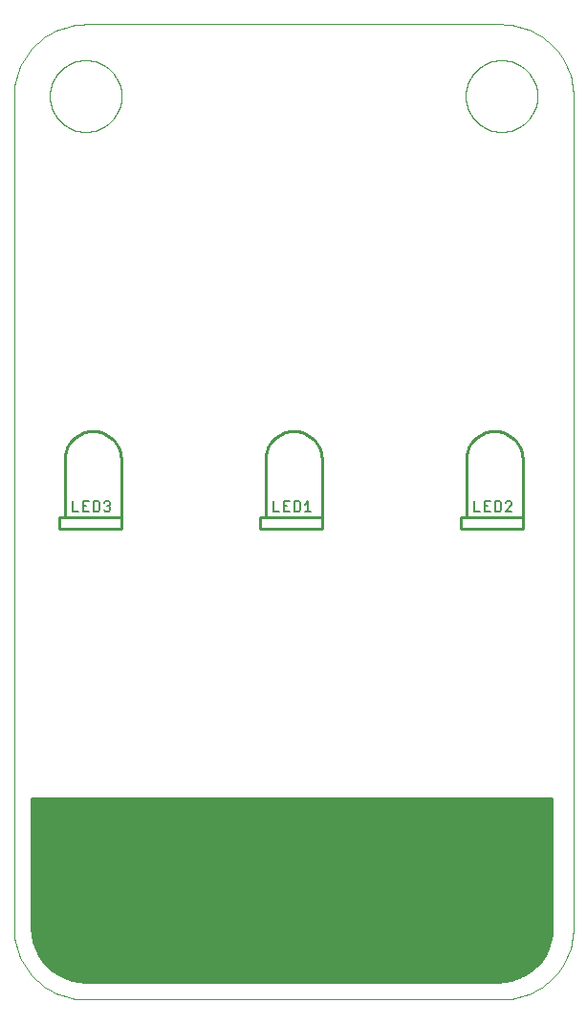
<source format=gto>
G75*
G70*
%OFA0B0*%
%FSLAX24Y24*%
%IPPOS*%
%LPD*%
%AMOC8*
5,1,8,0,0,1.08239X$1,22.5*
%
%ADD10C,0.0000*%
%ADD11C,0.0100*%
%ADD12C,0.0060*%
%ADD13R,1.8218X0.0036*%
%ADD14R,1.8218X0.0036*%
%ADD15R,1.8218X0.0036*%
%ADD16R,0.0218X0.0036*%
%ADD17R,0.0218X0.0036*%
%ADD18R,0.0218X0.0036*%
%ADD19R,0.0145X0.0036*%
%ADD20R,0.0400X0.0036*%
%ADD21R,0.0146X0.0036*%
%ADD22R,0.0473X0.0036*%
%ADD23R,0.0509X0.0036*%
%ADD24R,0.0509X0.0036*%
%ADD25R,0.0510X0.0036*%
%ADD26R,0.0546X0.0036*%
%ADD27R,0.0727X0.0036*%
%ADD28R,0.0472X0.0036*%
%ADD29R,0.0727X0.0036*%
%ADD30R,0.0473X0.0036*%
%ADD31R,0.0509X0.0036*%
%ADD32R,0.0654X0.0036*%
%ADD33R,0.0509X0.0036*%
%ADD34R,0.0510X0.0036*%
%ADD35R,0.0546X0.0036*%
%ADD36R,0.0946X0.0036*%
%ADD37R,0.0945X0.0036*%
%ADD38R,0.0473X0.0036*%
%ADD39R,0.0546X0.0036*%
%ADD40R,0.0509X0.0036*%
%ADD41R,0.0728X0.0036*%
%ADD42R,0.0545X0.0036*%
%ADD43R,0.0510X0.0036*%
%ADD44R,0.1091X0.0036*%
%ADD45R,0.0727X0.0036*%
%ADD46R,0.1091X0.0036*%
%ADD47R,0.0546X0.0036*%
%ADD48R,0.0836X0.0036*%
%ADD49R,0.0545X0.0036*%
%ADD50R,0.1164X0.0036*%
%ADD51R,0.0837X0.0036*%
%ADD52R,0.0546X0.0036*%
%ADD53R,0.0909X0.0036*%
%ADD54R,0.0545X0.0036*%
%ADD55R,0.1273X0.0036*%
%ADD56R,0.0618X0.0036*%
%ADD57R,0.0982X0.0036*%
%ADD58R,0.1382X0.0036*%
%ADD59R,0.0509X0.0036*%
%ADD60R,0.0618X0.0036*%
%ADD61R,0.1018X0.0036*%
%ADD62R,0.1418X0.0036*%
%ADD63R,0.1019X0.0036*%
%ADD64R,0.1419X0.0036*%
%ADD65R,0.0618X0.0036*%
%ADD66R,0.1600X0.0036*%
%ADD67R,0.1418X0.0036*%
%ADD68R,0.1418X0.0036*%
%ADD69R,0.0691X0.0036*%
%ADD70R,0.1600X0.0036*%
%ADD71R,0.1454X0.0036*%
%ADD72R,0.1454X0.0036*%
%ADD73R,0.0691X0.0036*%
%ADD74R,0.1600X0.0036*%
%ADD75R,0.0691X0.0036*%
%ADD76R,0.0691X0.0036*%
%ADD77R,0.0582X0.0036*%
%ADD78R,0.0764X0.0036*%
%ADD79R,0.0327X0.0036*%
%ADD80R,0.0582X0.0036*%
%ADD81R,0.0764X0.0036*%
%ADD82R,0.0327X0.0036*%
%ADD83R,0.0581X0.0036*%
%ADD84R,0.0655X0.0036*%
%ADD85R,0.0254X0.0036*%
%ADD86R,0.0654X0.0036*%
%ADD87R,0.0254X0.0036*%
%ADD88R,0.0764X0.0036*%
%ADD89R,0.0582X0.0036*%
%ADD90R,0.0145X0.0036*%
%ADD91R,0.0582X0.0036*%
%ADD92R,0.0764X0.0036*%
%ADD93R,0.0109X0.0036*%
%ADD94R,0.0473X0.0036*%
%ADD95R,0.0836X0.0036*%
%ADD96R,0.0473X0.0036*%
%ADD97R,0.0836X0.0036*%
%ADD98R,0.0619X0.0036*%
%ADD99R,0.0655X0.0036*%
%ADD100R,0.0691X0.0036*%
%ADD101R,0.0436X0.0036*%
%ADD102R,0.0400X0.0036*%
%ADD103R,0.1273X0.0036*%
%ADD104R,0.0436X0.0036*%
%ADD105R,0.0581X0.0036*%
%ADD106R,0.1237X0.0036*%
%ADD107R,0.1673X0.0036*%
%ADD108R,0.1237X0.0036*%
%ADD109R,0.1673X0.0036*%
%ADD110R,0.0800X0.0036*%
%ADD111R,0.1200X0.0036*%
%ADD112R,0.0436X0.0036*%
%ADD113R,0.1164X0.0036*%
%ADD114R,0.1418X0.0036*%
%ADD115R,0.0473X0.0036*%
%ADD116R,0.1382X0.0036*%
%ADD117R,0.1164X0.0036*%
%ADD118R,0.1673X0.0036*%
%ADD119R,0.1309X0.0036*%
%ADD120R,0.1128X0.0036*%
%ADD121R,0.1309X0.0036*%
%ADD122R,0.0472X0.0036*%
%ADD123R,0.0437X0.0036*%
%ADD124R,0.1236X0.0036*%
%ADD125R,0.1128X0.0036*%
%ADD126R,0.1236X0.0036*%
%ADD127R,0.0472X0.0036*%
%ADD128R,0.0437X0.0036*%
%ADD129R,0.1164X0.0036*%
%ADD130R,0.0400X0.0036*%
%ADD131R,0.1055X0.0036*%
%ADD132R,0.1091X0.0036*%
%ADD133R,0.1054X0.0036*%
%ADD134R,0.0436X0.0036*%
%ADD135R,0.0873X0.0036*%
%ADD136R,0.1055X0.0036*%
%ADD137R,0.1273X0.0036*%
%ADD138R,0.0873X0.0036*%
%ADD139R,0.0655X0.0036*%
%ADD140R,0.0654X0.0036*%
%ADD141R,0.0437X0.0036*%
%ADD142R,0.0037X0.0036*%
%ADD143R,0.0472X0.0036*%
%ADD144R,0.0036X0.0036*%
%ADD145R,0.0110X0.0036*%
%ADD146R,0.0109X0.0036*%
%ADD147R,0.0654X0.0036*%
%ADD148R,0.0182X0.0036*%
%ADD149R,0.0728X0.0036*%
%ADD150R,0.0182X0.0036*%
%ADD151R,0.0727X0.0036*%
%ADD152R,0.0291X0.0036*%
%ADD153R,0.0546X0.0036*%
%ADD154R,0.0800X0.0036*%
%ADD155R,0.1127X0.0036*%
%ADD156R,0.0619X0.0036*%
%ADD157R,0.1127X0.0036*%
%ADD158R,0.1455X0.0036*%
%ADD159R,0.1418X0.0036*%
%ADD160R,0.1128X0.0036*%
%ADD161R,0.1127X0.0036*%
%ADD162R,0.1454X0.0036*%
%ADD163R,0.1345X0.0036*%
%ADD164R,0.0436X0.0036*%
%ADD165R,0.1454X0.0036*%
%ADD166R,0.1273X0.0036*%
%ADD167R,0.0436X0.0036*%
%ADD168R,0.0582X0.0036*%
%ADD169R,0.0582X0.0036*%
%ADD170R,0.1273X0.0036*%
%ADD171R,0.1346X0.0036*%
%ADD172R,0.1164X0.0036*%
%ADD173R,0.1236X0.0036*%
%ADD174R,0.1091X0.0036*%
%ADD175R,0.1091X0.0036*%
%ADD176R,0.0073X0.0036*%
%ADD177R,0.0946X0.0036*%
%ADD178R,0.1127X0.0036*%
%ADD179R,0.1018X0.0036*%
%ADD180R,0.0073X0.0036*%
%ADD181R,0.0873X0.0036*%
%ADD182R,0.0872X0.0036*%
%ADD183R,0.0036X0.0036*%
%ADD184R,0.0036X0.0036*%
%ADD185R,0.0072X0.0036*%
%ADD186R,0.0037X0.0036*%
%ADD187R,0.0909X0.0036*%
%ADD188R,0.0909X0.0036*%
%ADD189R,0.0873X0.0036*%
%ADD190R,0.0581X0.0036*%
%ADD191R,0.0364X0.0036*%
%ADD192R,0.0364X0.0036*%
%ADD193R,0.0728X0.0036*%
%ADD194R,0.0036X0.0036*%
%ADD195R,0.0145X0.0036*%
%ADD196R,0.0037X0.0036*%
%ADD197R,0.0909X0.0036*%
%ADD198R,0.0909X0.0036*%
%ADD199R,0.0255X0.0036*%
%ADD200R,0.0036X0.0036*%
%ADD201R,0.0909X0.0036*%
%ADD202R,0.0146X0.0036*%
%ADD203R,0.0146X0.0036*%
%ADD204R,0.0073X0.0036*%
%ADD205R,0.0073X0.0036*%
%ADD206R,0.0073X0.0036*%
%ADD207R,0.0837X0.0036*%
%ADD208R,0.0800X0.0036*%
%ADD209R,0.0764X0.0036*%
%ADD210R,0.0764X0.0036*%
%ADD211R,0.0727X0.0036*%
%ADD212R,0.0728X0.0036*%
%ADD213R,0.0654X0.0036*%
%ADD214R,0.0472X0.0036*%
%ADD215R,0.0763X0.0036*%
%ADD216R,0.0728X0.0036*%
%ADD217R,0.1200X0.0036*%
%ADD218R,0.0836X0.0036*%
%ADD219R,0.1309X0.0036*%
%ADD220R,0.0982X0.0036*%
%ADD221R,0.0981X0.0036*%
%ADD222R,0.1491X0.0036*%
%ADD223R,0.1564X0.0036*%
%ADD224R,0.1564X0.0036*%
%ADD225R,0.1564X0.0036*%
%ADD226R,0.0618X0.0036*%
%ADD227R,0.1636X0.0036*%
%ADD228R,0.0618X0.0036*%
%ADD229R,0.1709X0.0036*%
%ADD230R,0.1564X0.0036*%
%ADD231R,0.0690X0.0036*%
%ADD232R,0.0728X0.0036*%
%ADD233R,0.0619X0.0036*%
%ADD234R,0.0364X0.0036*%
%ADD235R,0.0327X0.0036*%
%ADD236R,0.0364X0.0036*%
%ADD237R,0.0872X0.0036*%
%ADD238R,0.0327X0.0036*%
%ADD239R,0.0363X0.0036*%
%ADD240R,0.0363X0.0036*%
%ADD241R,0.1382X0.0036*%
%ADD242R,0.1346X0.0036*%
%ADD243R,0.0328X0.0036*%
%ADD244R,0.1346X0.0036*%
%ADD245R,0.0328X0.0036*%
%ADD246R,0.0364X0.0036*%
%ADD247R,0.1200X0.0036*%
%ADD248R,0.0328X0.0036*%
%ADD249R,0.0364X0.0036*%
%ADD250R,0.0946X0.0036*%
%ADD251R,0.0691X0.0036*%
%ADD252R,0.0072X0.0036*%
%ADD253R,0.0363X0.0036*%
%ADD254R,0.2982X0.0036*%
%ADD255R,0.2437X0.0036*%
%ADD256R,0.2437X0.0036*%
%ADD257R,0.2437X0.0036*%
%ADD258R,0.1345X0.0036*%
%ADD259R,0.1346X0.0036*%
%ADD260R,0.1018X0.0036*%
%ADD261R,0.1309X0.0036*%
%ADD262R,0.1309X0.0036*%
%ADD263R,0.0982X0.0036*%
%ADD264R,0.1236X0.0036*%
%ADD265R,0.1127X0.0036*%
%ADD266R,0.0837X0.0036*%
%ADD267R,0.0763X0.0036*%
%ADD268R,0.0255X0.0036*%
%ADD269R,0.1709X0.0036*%
%ADD270R,0.1636X0.0036*%
%ADD271R,0.1564X0.0036*%
D10*
X000655Y003155D02*
X000655Y032155D01*
X001905Y032155D02*
X001907Y032225D01*
X001913Y032295D01*
X001923Y032364D01*
X001936Y032433D01*
X001954Y032501D01*
X001975Y032568D01*
X002000Y032633D01*
X002029Y032697D01*
X002061Y032760D01*
X002097Y032820D01*
X002136Y032878D01*
X002178Y032934D01*
X002223Y032988D01*
X002271Y033039D01*
X002322Y033087D01*
X002376Y033132D01*
X002432Y033174D01*
X002490Y033213D01*
X002550Y033249D01*
X002613Y033281D01*
X002677Y033310D01*
X002742Y033335D01*
X002809Y033356D01*
X002877Y033374D01*
X002946Y033387D01*
X003015Y033397D01*
X003085Y033403D01*
X003155Y033405D01*
X003225Y033403D01*
X003295Y033397D01*
X003364Y033387D01*
X003433Y033374D01*
X003501Y033356D01*
X003568Y033335D01*
X003633Y033310D01*
X003697Y033281D01*
X003760Y033249D01*
X003820Y033213D01*
X003878Y033174D01*
X003934Y033132D01*
X003988Y033087D01*
X004039Y033039D01*
X004087Y032988D01*
X004132Y032934D01*
X004174Y032878D01*
X004213Y032820D01*
X004249Y032760D01*
X004281Y032697D01*
X004310Y032633D01*
X004335Y032568D01*
X004356Y032501D01*
X004374Y032433D01*
X004387Y032364D01*
X004397Y032295D01*
X004403Y032225D01*
X004405Y032155D01*
X004403Y032085D01*
X004397Y032015D01*
X004387Y031946D01*
X004374Y031877D01*
X004356Y031809D01*
X004335Y031742D01*
X004310Y031677D01*
X004281Y031613D01*
X004249Y031550D01*
X004213Y031490D01*
X004174Y031432D01*
X004132Y031376D01*
X004087Y031322D01*
X004039Y031271D01*
X003988Y031223D01*
X003934Y031178D01*
X003878Y031136D01*
X003820Y031097D01*
X003760Y031061D01*
X003697Y031029D01*
X003633Y031000D01*
X003568Y030975D01*
X003501Y030954D01*
X003433Y030936D01*
X003364Y030923D01*
X003295Y030913D01*
X003225Y030907D01*
X003155Y030905D01*
X003085Y030907D01*
X003015Y030913D01*
X002946Y030923D01*
X002877Y030936D01*
X002809Y030954D01*
X002742Y030975D01*
X002677Y031000D01*
X002613Y031029D01*
X002550Y031061D01*
X002490Y031097D01*
X002432Y031136D01*
X002376Y031178D01*
X002322Y031223D01*
X002271Y031271D01*
X002223Y031322D01*
X002178Y031376D01*
X002136Y031432D01*
X002097Y031490D01*
X002061Y031550D01*
X002029Y031613D01*
X002000Y031677D01*
X001975Y031742D01*
X001954Y031809D01*
X001936Y031877D01*
X001923Y031946D01*
X001913Y032015D01*
X001907Y032085D01*
X001905Y032155D01*
X000655Y032155D02*
X000658Y032274D01*
X000666Y032393D01*
X000680Y032511D01*
X000700Y032628D01*
X000725Y032744D01*
X000756Y032859D01*
X000792Y032973D01*
X000834Y033084D01*
X000881Y033194D01*
X000933Y033301D01*
X000990Y033405D01*
X001052Y033507D01*
X001119Y033605D01*
X001190Y033700D01*
X001266Y033792D01*
X001346Y033880D01*
X001430Y033964D01*
X001518Y034044D01*
X001610Y034120D01*
X001705Y034191D01*
X001803Y034258D01*
X001905Y034320D01*
X002009Y034377D01*
X002116Y034429D01*
X002226Y034476D01*
X002337Y034518D01*
X002451Y034554D01*
X002566Y034585D01*
X002682Y034610D01*
X002799Y034630D01*
X002917Y034644D01*
X003036Y034652D01*
X003155Y034655D01*
X017655Y034655D01*
X016405Y032155D02*
X016407Y032225D01*
X016413Y032295D01*
X016423Y032364D01*
X016436Y032433D01*
X016454Y032501D01*
X016475Y032568D01*
X016500Y032633D01*
X016529Y032697D01*
X016561Y032760D01*
X016597Y032820D01*
X016636Y032878D01*
X016678Y032934D01*
X016723Y032988D01*
X016771Y033039D01*
X016822Y033087D01*
X016876Y033132D01*
X016932Y033174D01*
X016990Y033213D01*
X017050Y033249D01*
X017113Y033281D01*
X017177Y033310D01*
X017242Y033335D01*
X017309Y033356D01*
X017377Y033374D01*
X017446Y033387D01*
X017515Y033397D01*
X017585Y033403D01*
X017655Y033405D01*
X017725Y033403D01*
X017795Y033397D01*
X017864Y033387D01*
X017933Y033374D01*
X018001Y033356D01*
X018068Y033335D01*
X018133Y033310D01*
X018197Y033281D01*
X018260Y033249D01*
X018320Y033213D01*
X018378Y033174D01*
X018434Y033132D01*
X018488Y033087D01*
X018539Y033039D01*
X018587Y032988D01*
X018632Y032934D01*
X018674Y032878D01*
X018713Y032820D01*
X018749Y032760D01*
X018781Y032697D01*
X018810Y032633D01*
X018835Y032568D01*
X018856Y032501D01*
X018874Y032433D01*
X018887Y032364D01*
X018897Y032295D01*
X018903Y032225D01*
X018905Y032155D01*
X018903Y032085D01*
X018897Y032015D01*
X018887Y031946D01*
X018874Y031877D01*
X018856Y031809D01*
X018835Y031742D01*
X018810Y031677D01*
X018781Y031613D01*
X018749Y031550D01*
X018713Y031490D01*
X018674Y031432D01*
X018632Y031376D01*
X018587Y031322D01*
X018539Y031271D01*
X018488Y031223D01*
X018434Y031178D01*
X018378Y031136D01*
X018320Y031097D01*
X018260Y031061D01*
X018197Y031029D01*
X018133Y031000D01*
X018068Y030975D01*
X018001Y030954D01*
X017933Y030936D01*
X017864Y030923D01*
X017795Y030913D01*
X017725Y030907D01*
X017655Y030905D01*
X017585Y030907D01*
X017515Y030913D01*
X017446Y030923D01*
X017377Y030936D01*
X017309Y030954D01*
X017242Y030975D01*
X017177Y031000D01*
X017113Y031029D01*
X017050Y031061D01*
X016990Y031097D01*
X016932Y031136D01*
X016876Y031178D01*
X016822Y031223D01*
X016771Y031271D01*
X016723Y031322D01*
X016678Y031376D01*
X016636Y031432D01*
X016597Y031490D01*
X016561Y031550D01*
X016529Y031613D01*
X016500Y031677D01*
X016475Y031742D01*
X016454Y031809D01*
X016436Y031877D01*
X016423Y031946D01*
X016413Y032015D01*
X016407Y032085D01*
X016405Y032155D01*
X017655Y034655D02*
X017774Y034652D01*
X017893Y034644D01*
X018011Y034630D01*
X018128Y034610D01*
X018244Y034585D01*
X018359Y034554D01*
X018473Y034518D01*
X018584Y034476D01*
X018694Y034429D01*
X018801Y034377D01*
X018905Y034320D01*
X019007Y034258D01*
X019105Y034191D01*
X019200Y034120D01*
X019292Y034044D01*
X019380Y033964D01*
X019464Y033880D01*
X019544Y033792D01*
X019620Y033700D01*
X019691Y033605D01*
X019758Y033507D01*
X019820Y033405D01*
X019877Y033301D01*
X019929Y033194D01*
X019976Y033084D01*
X020018Y032973D01*
X020054Y032859D01*
X020085Y032744D01*
X020110Y032628D01*
X020130Y032511D01*
X020144Y032393D01*
X020152Y032274D01*
X020155Y032155D01*
X020155Y003155D01*
X020152Y003036D01*
X020144Y002917D01*
X020130Y002799D01*
X020110Y002682D01*
X020085Y002566D01*
X020054Y002451D01*
X020018Y002337D01*
X019976Y002226D01*
X019929Y002116D01*
X019877Y002009D01*
X019820Y001905D01*
X019758Y001803D01*
X019691Y001705D01*
X019620Y001610D01*
X019544Y001518D01*
X019464Y001430D01*
X019380Y001346D01*
X019292Y001266D01*
X019200Y001190D01*
X019105Y001119D01*
X019007Y001052D01*
X018905Y000990D01*
X018801Y000933D01*
X018694Y000881D01*
X018584Y000834D01*
X018473Y000792D01*
X018359Y000756D01*
X018244Y000725D01*
X018128Y000700D01*
X018011Y000680D01*
X017893Y000666D01*
X017774Y000658D01*
X017655Y000655D01*
X003155Y000655D01*
X003036Y000658D01*
X002917Y000666D01*
X002799Y000680D01*
X002682Y000700D01*
X002566Y000725D01*
X002451Y000756D01*
X002337Y000792D01*
X002226Y000834D01*
X002116Y000881D01*
X002009Y000933D01*
X001905Y000990D01*
X001803Y001052D01*
X001705Y001119D01*
X001610Y001190D01*
X001518Y001266D01*
X001430Y001346D01*
X001346Y001430D01*
X001266Y001518D01*
X001190Y001610D01*
X001119Y001705D01*
X001052Y001803D01*
X000990Y001905D01*
X000933Y002009D01*
X000881Y002116D01*
X000834Y002226D01*
X000792Y002337D01*
X000756Y002451D01*
X000725Y002566D01*
X000700Y002682D01*
X000680Y002799D01*
X000666Y002917D01*
X000658Y003036D01*
X000655Y003155D01*
D11*
X001423Y002438D02*
X001531Y002218D01*
X001668Y002014D01*
X001829Y001829D01*
X002014Y001668D01*
X002218Y001531D01*
X002438Y001423D01*
X002670Y001344D01*
X002910Y001296D01*
X003155Y001280D01*
X017530Y001280D01*
X017775Y001296D01*
X018015Y001344D01*
X018248Y001423D01*
X018468Y001531D01*
X018672Y001668D01*
X018856Y001829D01*
X019018Y002014D01*
X019154Y002218D01*
X019262Y002438D01*
X019341Y002670D01*
X019389Y002910D01*
X019405Y003155D01*
X019405Y007655D01*
X001280Y007655D01*
X001280Y003155D01*
X001296Y002910D01*
X001344Y002670D01*
X001423Y002438D01*
X001427Y002429D02*
X019258Y002429D01*
X019293Y002527D02*
X001392Y002527D01*
X001359Y002626D02*
X019326Y002626D01*
X019352Y002725D02*
X001333Y002725D01*
X001314Y002823D02*
X019372Y002823D01*
X019390Y002922D02*
X001295Y002922D01*
X001289Y003020D02*
X019396Y003020D01*
X019403Y003119D02*
X001283Y003119D01*
X001280Y003217D02*
X019405Y003217D01*
X019405Y003316D02*
X001280Y003316D01*
X001280Y003414D02*
X019405Y003414D01*
X019405Y003513D02*
X001280Y003513D01*
X001280Y003611D02*
X019405Y003611D01*
X019405Y003710D02*
X001280Y003710D01*
X001280Y003809D02*
X019405Y003809D01*
X019405Y003907D02*
X001280Y003907D01*
X001280Y004006D02*
X019405Y004006D01*
X019405Y004104D02*
X001280Y004104D01*
X001280Y004203D02*
X019405Y004203D01*
X019405Y004301D02*
X001280Y004301D01*
X001280Y004400D02*
X019405Y004400D01*
X019405Y004498D02*
X001280Y004498D01*
X001280Y004597D02*
X019405Y004597D01*
X019405Y004695D02*
X001280Y004695D01*
X001280Y004794D02*
X019405Y004794D01*
X019405Y004892D02*
X001280Y004892D01*
X001280Y004991D02*
X019405Y004991D01*
X019405Y005090D02*
X001280Y005090D01*
X001280Y005188D02*
X019405Y005188D01*
X019405Y005287D02*
X001280Y005287D01*
X001280Y005385D02*
X019405Y005385D01*
X019405Y005484D02*
X001280Y005484D01*
X001280Y005582D02*
X019405Y005582D01*
X019405Y005681D02*
X001280Y005681D01*
X001280Y005779D02*
X019405Y005779D01*
X019405Y005878D02*
X001280Y005878D01*
X001280Y005976D02*
X019405Y005976D01*
X019405Y006075D02*
X001280Y006075D01*
X001280Y006174D02*
X019405Y006174D01*
X019405Y006272D02*
X001280Y006272D01*
X001280Y006371D02*
X019405Y006371D01*
X019405Y006469D02*
X001280Y006469D01*
X001280Y006568D02*
X019405Y006568D01*
X019405Y006666D02*
X001280Y006666D01*
X001280Y006765D02*
X019405Y006765D01*
X019405Y006863D02*
X001280Y006863D01*
X001280Y006962D02*
X019405Y006962D01*
X019405Y007060D02*
X001280Y007060D01*
X001280Y007159D02*
X019405Y007159D01*
X019405Y007258D02*
X001280Y007258D01*
X001280Y007356D02*
X019405Y007356D01*
X019405Y007455D02*
X001280Y007455D01*
X001280Y007553D02*
X019405Y007553D01*
X019405Y007652D02*
X001280Y007652D01*
X001476Y002330D02*
X019210Y002330D01*
X019161Y002232D02*
X001524Y002232D01*
X001588Y002133D02*
X019098Y002133D01*
X019032Y002035D02*
X001654Y002035D01*
X001736Y001936D02*
X018950Y001936D01*
X018863Y001838D02*
X001822Y001838D01*
X001932Y001739D02*
X018753Y001739D01*
X018631Y001641D02*
X002054Y001641D01*
X002202Y001542D02*
X018484Y001542D01*
X018289Y001443D02*
X002396Y001443D01*
X002667Y001345D02*
X018018Y001345D01*
X018389Y017086D02*
X016224Y017086D01*
X016224Y017480D01*
X016421Y017480D01*
X016421Y019488D01*
X016423Y019550D01*
X016429Y019611D01*
X016438Y019672D01*
X016452Y019733D01*
X016469Y019792D01*
X016490Y019850D01*
X016515Y019907D01*
X016543Y019962D01*
X016574Y020015D01*
X016609Y020066D01*
X016647Y020115D01*
X016688Y020162D01*
X016731Y020205D01*
X016778Y020246D01*
X016827Y020284D01*
X016878Y020319D01*
X016931Y020350D01*
X016986Y020378D01*
X017043Y020403D01*
X017101Y020424D01*
X017160Y020441D01*
X017221Y020455D01*
X017282Y020464D01*
X017343Y020470D01*
X017405Y020472D01*
X017467Y020470D01*
X017528Y020464D01*
X017589Y020455D01*
X017650Y020441D01*
X017709Y020424D01*
X017767Y020403D01*
X017824Y020378D01*
X017879Y020350D01*
X017932Y020319D01*
X017983Y020284D01*
X018032Y020246D01*
X018079Y020205D01*
X018122Y020162D01*
X018163Y020115D01*
X018201Y020066D01*
X018236Y020015D01*
X018267Y019962D01*
X018295Y019907D01*
X018320Y019850D01*
X018341Y019792D01*
X018358Y019733D01*
X018372Y019672D01*
X018381Y019611D01*
X018387Y019550D01*
X018389Y019488D01*
X018389Y017480D01*
X018389Y017086D01*
X018389Y017480D02*
X016421Y017480D01*
X011389Y017480D02*
X011389Y017086D01*
X009224Y017086D01*
X009224Y017480D01*
X009421Y017480D01*
X009421Y019488D01*
X009423Y019550D01*
X009429Y019611D01*
X009438Y019672D01*
X009452Y019733D01*
X009469Y019792D01*
X009490Y019850D01*
X009515Y019907D01*
X009543Y019962D01*
X009574Y020015D01*
X009609Y020066D01*
X009647Y020115D01*
X009688Y020162D01*
X009731Y020205D01*
X009778Y020246D01*
X009827Y020284D01*
X009878Y020319D01*
X009931Y020350D01*
X009986Y020378D01*
X010043Y020403D01*
X010101Y020424D01*
X010160Y020441D01*
X010221Y020455D01*
X010282Y020464D01*
X010343Y020470D01*
X010405Y020472D01*
X010467Y020470D01*
X010528Y020464D01*
X010589Y020455D01*
X010650Y020441D01*
X010709Y020424D01*
X010767Y020403D01*
X010824Y020378D01*
X010879Y020350D01*
X010932Y020319D01*
X010983Y020284D01*
X011032Y020246D01*
X011079Y020205D01*
X011122Y020162D01*
X011163Y020115D01*
X011201Y020066D01*
X011236Y020015D01*
X011267Y019962D01*
X011295Y019907D01*
X011320Y019850D01*
X011341Y019792D01*
X011358Y019733D01*
X011372Y019672D01*
X011381Y019611D01*
X011387Y019550D01*
X011389Y019488D01*
X011389Y017480D01*
X009421Y017480D01*
X004389Y017480D02*
X004389Y017086D01*
X002224Y017086D01*
X002224Y017480D01*
X002421Y017480D01*
X002421Y019488D01*
X002423Y019550D01*
X002429Y019611D01*
X002438Y019672D01*
X002452Y019733D01*
X002469Y019792D01*
X002490Y019850D01*
X002515Y019907D01*
X002543Y019962D01*
X002574Y020015D01*
X002609Y020066D01*
X002647Y020115D01*
X002688Y020162D01*
X002731Y020205D01*
X002778Y020246D01*
X002827Y020284D01*
X002878Y020319D01*
X002931Y020350D01*
X002986Y020378D01*
X003043Y020403D01*
X003101Y020424D01*
X003160Y020441D01*
X003221Y020455D01*
X003282Y020464D01*
X003343Y020470D01*
X003405Y020472D01*
X003467Y020470D01*
X003528Y020464D01*
X003589Y020455D01*
X003650Y020441D01*
X003709Y020424D01*
X003767Y020403D01*
X003824Y020378D01*
X003879Y020350D01*
X003932Y020319D01*
X003983Y020284D01*
X004032Y020246D01*
X004079Y020205D01*
X004122Y020162D01*
X004163Y020115D01*
X004201Y020066D01*
X004236Y020015D01*
X004267Y019962D01*
X004295Y019907D01*
X004320Y019850D01*
X004341Y019792D01*
X004358Y019733D01*
X004372Y019672D01*
X004381Y019611D01*
X004387Y019550D01*
X004389Y019488D01*
X004389Y017480D01*
X002421Y017480D01*
D12*
X002685Y017685D02*
X002912Y017685D01*
X003053Y017685D02*
X003053Y018025D01*
X003280Y018025D01*
X003422Y018025D02*
X003422Y017685D01*
X003592Y017685D01*
X003649Y017742D01*
X003649Y017969D01*
X003592Y018025D01*
X003422Y018025D01*
X003167Y017855D02*
X003053Y017855D01*
X003053Y017685D02*
X003280Y017685D01*
X003790Y017742D02*
X003847Y017685D01*
X003960Y017685D01*
X004017Y017742D01*
X004017Y017799D01*
X003960Y017855D01*
X003903Y017855D01*
X003960Y017855D02*
X004017Y017912D01*
X004017Y017969D01*
X003960Y018025D01*
X003847Y018025D01*
X003790Y017969D01*
X002685Y018025D02*
X002685Y017685D01*
X009685Y017685D02*
X009912Y017685D01*
X010053Y017685D02*
X010280Y017685D01*
X010422Y017685D02*
X010422Y018025D01*
X010592Y018025D01*
X010649Y017969D01*
X010649Y017742D01*
X010592Y017685D01*
X010422Y017685D01*
X010167Y017855D02*
X010053Y017855D01*
X010053Y018025D02*
X010053Y017685D01*
X010053Y018025D02*
X010280Y018025D01*
X010790Y017912D02*
X010903Y018025D01*
X010903Y017685D01*
X010790Y017685D02*
X011017Y017685D01*
X009685Y017685D02*
X009685Y018025D01*
X016685Y018025D02*
X016685Y017685D01*
X016912Y017685D01*
X017053Y017685D02*
X017280Y017685D01*
X017422Y017685D02*
X017592Y017685D01*
X017649Y017742D01*
X017649Y017969D01*
X017592Y018025D01*
X017422Y018025D01*
X017422Y017685D01*
X017167Y017855D02*
X017053Y017855D01*
X017053Y018025D02*
X017053Y017685D01*
X017053Y018025D02*
X017280Y018025D01*
X017790Y017969D02*
X017847Y018025D01*
X017960Y018025D01*
X018017Y017969D01*
X018017Y017912D01*
X017790Y017685D01*
X018017Y017685D01*
D13*
X010371Y014789D03*
X010371Y008389D03*
X010371Y008280D03*
D14*
X010371Y008316D03*
X010371Y008426D03*
X010371Y014826D03*
X010371Y014935D03*
D15*
X010371Y014898D03*
X010371Y014862D03*
X010371Y014753D03*
X010371Y008462D03*
X010371Y008353D03*
D16*
X018753Y010753D03*
X019371Y010753D03*
X019371Y010862D03*
X019371Y010898D03*
X019371Y011007D03*
X019371Y011153D03*
X019371Y011262D03*
X019371Y011298D03*
X019371Y011407D03*
X019371Y011553D03*
X019371Y011662D03*
X019371Y011698D03*
X019371Y011807D03*
X019371Y011953D03*
X019371Y012062D03*
X019371Y012098D03*
X019371Y012207D03*
X019371Y012353D03*
X019371Y012462D03*
X019371Y012498D03*
X019371Y012607D03*
X019371Y012753D03*
X019371Y012862D03*
X019371Y012898D03*
X019371Y013007D03*
X019371Y013153D03*
X019371Y013262D03*
X019371Y013298D03*
X019371Y013407D03*
X019371Y013553D03*
X019371Y013662D03*
X019371Y013698D03*
X019371Y013807D03*
X019371Y013953D03*
X019371Y014062D03*
X019371Y014098D03*
X019371Y014207D03*
X019371Y014353D03*
X019371Y014462D03*
X019371Y014498D03*
X019371Y014607D03*
X019371Y010607D03*
X019371Y010498D03*
X019371Y010462D03*
X019371Y010353D03*
X019371Y010207D03*
X019371Y010098D03*
X019371Y010062D03*
X019371Y009953D03*
X019371Y009807D03*
X019371Y009698D03*
X019371Y009662D03*
X019371Y009553D03*
X019371Y009407D03*
X019371Y009298D03*
X019371Y009262D03*
X019371Y009153D03*
X019371Y009007D03*
X019371Y008898D03*
X019371Y008862D03*
X019371Y008753D03*
X019371Y008607D03*
X019371Y008498D03*
X001371Y008498D03*
X001371Y008607D03*
X001371Y008753D03*
X001371Y008862D03*
X001371Y008898D03*
X001371Y009007D03*
X001371Y009153D03*
X001371Y009262D03*
X001371Y009298D03*
X001371Y009407D03*
X001371Y009553D03*
X001371Y009662D03*
X001371Y009698D03*
X001371Y009807D03*
X001371Y009953D03*
X001371Y010062D03*
X001371Y010098D03*
X001371Y010207D03*
X001371Y010353D03*
X001371Y010462D03*
X001371Y010498D03*
X001371Y010607D03*
X001371Y010753D03*
X001371Y010862D03*
X001371Y010898D03*
X001371Y011007D03*
X001371Y011153D03*
X001371Y011262D03*
X001371Y011298D03*
X001371Y011407D03*
X001371Y011553D03*
X001371Y011662D03*
X001371Y011698D03*
X001371Y011807D03*
X001371Y011953D03*
X001371Y012062D03*
X001371Y012098D03*
X001371Y012207D03*
X001371Y012353D03*
X001371Y012462D03*
X001371Y012498D03*
X001371Y012607D03*
X001371Y012753D03*
X001371Y012862D03*
X001371Y012898D03*
X001371Y013007D03*
X001371Y013153D03*
X001371Y013262D03*
X001371Y013298D03*
X001371Y013407D03*
X001371Y013553D03*
X001371Y013662D03*
X001371Y013698D03*
X001371Y013807D03*
X001371Y013953D03*
X001371Y014062D03*
X001371Y014098D03*
X001371Y014207D03*
X001371Y014353D03*
X001371Y014462D03*
X001371Y014498D03*
X001371Y014607D03*
D17*
X001371Y014644D03*
X001371Y014716D03*
X001371Y014535D03*
X001371Y014426D03*
X001371Y014316D03*
X001371Y014244D03*
X001371Y014135D03*
X001371Y014026D03*
X001371Y013916D03*
X001371Y013844D03*
X001371Y013735D03*
X001371Y013626D03*
X001371Y013516D03*
X001371Y013444D03*
X001371Y013335D03*
X001371Y013226D03*
X001371Y013116D03*
X001371Y013044D03*
X001371Y012935D03*
X001371Y012826D03*
X001371Y012716D03*
X001371Y012644D03*
X001371Y012535D03*
X001371Y012426D03*
X001371Y012316D03*
X001371Y012244D03*
X001371Y012135D03*
X001371Y012026D03*
X001371Y011916D03*
X001371Y011844D03*
X001371Y011735D03*
X001371Y011626D03*
X001371Y011516D03*
X001371Y011444D03*
X001371Y011335D03*
X001371Y011226D03*
X001371Y011116D03*
X001371Y011044D03*
X001371Y010935D03*
X001371Y010826D03*
X001371Y010716D03*
X001371Y010644D03*
X001371Y010535D03*
X001371Y010426D03*
X001371Y010316D03*
X001371Y010244D03*
X001371Y010135D03*
X001371Y010026D03*
X001371Y009916D03*
X001371Y009844D03*
X001371Y009735D03*
X001371Y009626D03*
X001371Y009516D03*
X001371Y009444D03*
X001371Y009335D03*
X001371Y009226D03*
X001371Y009116D03*
X001371Y009044D03*
X001371Y008935D03*
X001371Y008826D03*
X001371Y008716D03*
X001371Y008644D03*
X001371Y008535D03*
X018753Y010426D03*
X019371Y010426D03*
X019371Y010535D03*
X019371Y010644D03*
X019371Y010716D03*
X019371Y010826D03*
X019371Y010935D03*
X019371Y011044D03*
X019371Y011116D03*
X019371Y011226D03*
X019371Y011335D03*
X019371Y011444D03*
X019371Y011516D03*
X019371Y011626D03*
X019371Y011735D03*
X019371Y011844D03*
X019371Y011916D03*
X019371Y012026D03*
X019371Y012135D03*
X019371Y012244D03*
X019371Y012316D03*
X019371Y012426D03*
X019371Y012535D03*
X019371Y012644D03*
X019371Y012716D03*
X019371Y012826D03*
X019371Y012935D03*
X019371Y013044D03*
X019371Y013116D03*
X019371Y013226D03*
X019371Y013335D03*
X019371Y013444D03*
X019371Y013516D03*
X019371Y013626D03*
X019371Y013735D03*
X019371Y013844D03*
X019371Y013916D03*
X019371Y014026D03*
X019371Y014135D03*
X019371Y014244D03*
X019371Y014316D03*
X019371Y014426D03*
X019371Y014535D03*
X019371Y014644D03*
X019371Y014716D03*
X019371Y010316D03*
X019371Y010244D03*
X019371Y010135D03*
X019371Y010026D03*
X019371Y009916D03*
X019371Y009844D03*
X019371Y009735D03*
X019371Y009626D03*
X019371Y009516D03*
X019371Y009444D03*
X019371Y009335D03*
X019371Y009226D03*
X019371Y009116D03*
X019371Y009044D03*
X019371Y008935D03*
X019371Y008826D03*
X019371Y008716D03*
X019371Y008644D03*
X019371Y008535D03*
D18*
X019371Y008571D03*
X019371Y008680D03*
X019371Y008789D03*
X019371Y008971D03*
X019371Y009080D03*
X019371Y009189D03*
X019371Y009371D03*
X019371Y009480D03*
X019371Y009589D03*
X019371Y009771D03*
X019371Y009880D03*
X019371Y009989D03*
X019371Y010171D03*
X019371Y010280D03*
X019371Y010389D03*
X019371Y010571D03*
X019371Y010680D03*
X019371Y010789D03*
X019371Y010971D03*
X019371Y011080D03*
X019371Y011189D03*
X019371Y011371D03*
X019371Y011480D03*
X019371Y011589D03*
X019371Y011771D03*
X019371Y011880D03*
X019371Y011989D03*
X019371Y012171D03*
X019371Y012280D03*
X019371Y012389D03*
X019371Y012571D03*
X019371Y012680D03*
X019371Y012789D03*
X019371Y012971D03*
X019371Y013080D03*
X019371Y013189D03*
X019371Y013371D03*
X019371Y013480D03*
X019371Y013589D03*
X019371Y013771D03*
X019371Y013880D03*
X019371Y013989D03*
X019371Y014171D03*
X019371Y014280D03*
X019371Y014389D03*
X019371Y014571D03*
X019371Y014680D03*
X001371Y014680D03*
X001371Y014571D03*
X001371Y014389D03*
X001371Y014280D03*
X001371Y014171D03*
X001371Y013989D03*
X001371Y013880D03*
X001371Y013771D03*
X001371Y013589D03*
X001371Y013480D03*
X001371Y013371D03*
X001371Y013189D03*
X001371Y013080D03*
X001371Y012971D03*
X001371Y012789D03*
X001371Y012680D03*
X001371Y012571D03*
X001371Y012389D03*
X001371Y012280D03*
X001371Y012171D03*
X001371Y011989D03*
X001371Y011880D03*
X001371Y011771D03*
X001371Y011589D03*
X001371Y011480D03*
X001371Y011371D03*
X001371Y011189D03*
X001371Y011080D03*
X001371Y010971D03*
X001371Y010789D03*
X001371Y010680D03*
X001371Y010571D03*
X001371Y010389D03*
X001371Y010280D03*
X001371Y010171D03*
X001371Y009989D03*
X001371Y009880D03*
X001371Y009771D03*
X001371Y009589D03*
X001371Y009480D03*
X001371Y009371D03*
X001371Y009189D03*
X001371Y009080D03*
X001371Y008971D03*
X001371Y008789D03*
X001371Y008680D03*
X001371Y008571D03*
D19*
X005044Y008862D03*
X018753Y010607D03*
D20*
X017789Y008862D03*
X013535Y010207D03*
X010116Y012753D03*
X010153Y012862D03*
X010153Y012898D03*
X010189Y013007D03*
X010225Y013153D03*
X010080Y012607D03*
X009644Y012753D03*
X009607Y012862D03*
X009607Y012898D03*
X009389Y013662D03*
X009389Y013698D03*
X008880Y008862D03*
X004916Y010207D03*
X003607Y010462D03*
X003425Y009807D03*
X003389Y009698D03*
X003389Y009662D03*
X003353Y009553D03*
D21*
X013662Y008862D03*
D22*
X013426Y009407D03*
X014262Y012062D03*
X013935Y013007D03*
X013899Y013153D03*
X013862Y013262D03*
X013862Y013298D03*
X013826Y013407D03*
X015244Y013407D03*
X015244Y013298D03*
X015244Y013262D03*
X015244Y013153D03*
X015244Y013007D03*
X015244Y012898D03*
X015244Y012862D03*
X015244Y012753D03*
X015244Y012607D03*
X015244Y012498D03*
X015244Y012462D03*
X015244Y012353D03*
X015244Y012207D03*
X015244Y012098D03*
X015244Y012062D03*
X015244Y013553D03*
X016735Y010498D03*
X017899Y012062D03*
X017899Y012098D03*
X017899Y012207D03*
X017899Y012353D03*
X017899Y012462D03*
X017899Y012498D03*
X017899Y012607D03*
X017899Y012753D03*
X017899Y012862D03*
X017899Y012898D03*
X017899Y013007D03*
X018299Y010098D03*
X018299Y010062D03*
X018335Y009953D03*
X011826Y012098D03*
X010735Y012607D03*
X010335Y013553D03*
X008662Y012753D03*
X008626Y012862D03*
X008626Y012898D03*
X008517Y013262D03*
X008517Y013298D03*
X008444Y013553D03*
X007899Y012098D03*
X009426Y009953D03*
X010699Y010498D03*
X005062Y008898D03*
X003099Y008898D03*
X002844Y009662D03*
X002844Y009698D03*
X002735Y009953D03*
X002735Y010062D03*
X002699Y010098D03*
X002662Y010207D03*
X002626Y010353D03*
X002117Y010353D03*
X002117Y010462D03*
X002117Y010498D03*
X002117Y010207D03*
X002117Y010098D03*
X002117Y010062D03*
X002117Y009953D03*
X002117Y009807D03*
X002117Y009698D03*
X002117Y009662D03*
X002117Y009553D03*
X002117Y009407D03*
X002117Y009298D03*
X002117Y009262D03*
X002117Y009153D03*
X002117Y009007D03*
X002117Y008898D03*
D23*
X004099Y008898D03*
X004099Y009007D03*
X004099Y009153D03*
X004099Y009262D03*
X004099Y009298D03*
X004099Y009407D03*
X004099Y009553D03*
X004099Y009662D03*
X004099Y009698D03*
X004099Y009807D03*
X004099Y009953D03*
X004099Y010062D03*
X004099Y010098D03*
X004099Y010207D03*
X004099Y010353D03*
X004099Y010462D03*
X004862Y009553D03*
X005917Y009553D03*
X005917Y009662D03*
X005917Y009698D03*
X005917Y009407D03*
X005917Y009007D03*
X005917Y010062D03*
X005917Y010098D03*
X007444Y009553D03*
X007517Y009407D03*
X007662Y009153D03*
X008244Y009553D03*
X008317Y010098D03*
X007917Y012062D03*
X007844Y013262D03*
X007844Y013298D03*
X008862Y012098D03*
X010062Y010607D03*
X010062Y010498D03*
X010062Y010462D03*
X010062Y010353D03*
X010062Y009953D03*
X010062Y009807D03*
X010062Y009698D03*
X010062Y009662D03*
X010062Y009553D03*
X010062Y009407D03*
X010062Y009298D03*
X010062Y009262D03*
X010062Y009153D03*
X010062Y009007D03*
X010062Y008898D03*
X011844Y012062D03*
X012062Y010753D03*
X012062Y010607D03*
X012062Y010498D03*
X012062Y010462D03*
X012062Y010353D03*
X012062Y009807D03*
X012062Y009698D03*
X012062Y009662D03*
X012062Y009553D03*
X012062Y009407D03*
X012062Y009298D03*
X012062Y009262D03*
X012062Y009153D03*
X012062Y009007D03*
X012062Y008898D03*
X010717Y012462D03*
X010717Y012498D03*
X015299Y011262D03*
X015299Y011153D03*
X015299Y011007D03*
X015299Y010898D03*
X015299Y010862D03*
X015299Y010607D03*
X015299Y010498D03*
X015299Y010462D03*
X015299Y010353D03*
X015299Y010207D03*
X015299Y010098D03*
X015299Y010062D03*
X015299Y009953D03*
X015299Y009807D03*
X015299Y009698D03*
X015299Y009662D03*
X015299Y009553D03*
X015299Y009407D03*
X015299Y009298D03*
X015299Y009262D03*
X015299Y009153D03*
X015299Y009007D03*
X015299Y008898D03*
X016099Y008898D03*
X016099Y009007D03*
X016099Y009153D03*
X016099Y009262D03*
X016099Y009298D03*
X016099Y009407D03*
X016099Y009553D03*
X016099Y009662D03*
X016099Y009698D03*
X016099Y009807D03*
X016099Y009953D03*
X016099Y010353D03*
X016099Y010462D03*
X016099Y010498D03*
X016099Y010607D03*
X016717Y010462D03*
X018244Y010207D03*
X018644Y012062D03*
X018644Y012098D03*
X018644Y012207D03*
X018644Y012353D03*
X018644Y012462D03*
X018644Y012498D03*
X018644Y012607D03*
X018644Y012753D03*
X018644Y012862D03*
X018644Y012898D03*
X018644Y013007D03*
X018644Y013153D03*
X018644Y013262D03*
X018644Y013298D03*
X018644Y013407D03*
X018644Y013553D03*
X018644Y013662D03*
X018644Y013698D03*
X018644Y013953D03*
X018644Y014062D03*
X018644Y014098D03*
X018644Y014207D03*
X018644Y014353D03*
X017662Y013698D03*
X005844Y013807D03*
X005844Y013953D03*
X005844Y014062D03*
X005844Y014098D03*
X005844Y014207D03*
X005844Y013298D03*
X005844Y013262D03*
X005844Y013153D03*
X005844Y013007D03*
X005844Y012898D03*
X005844Y012862D03*
X005844Y012753D03*
X005844Y012607D03*
X005844Y012498D03*
X004644Y012498D03*
X004644Y012607D03*
X004644Y012753D03*
X004644Y012862D03*
X004644Y012898D03*
X004644Y013007D03*
X004644Y013153D03*
X004644Y013262D03*
X004644Y013298D03*
X004644Y013807D03*
X004644Y013953D03*
X004644Y014062D03*
X004644Y014098D03*
X004644Y014207D03*
X003844Y013298D03*
X003844Y013262D03*
X003844Y013153D03*
D24*
X003808Y013407D03*
X003808Y012898D03*
X003808Y012862D03*
X003771Y012753D03*
X002171Y012862D03*
X002135Y013007D03*
X002135Y013153D03*
X002135Y013262D03*
X002135Y013298D03*
X002135Y013407D03*
X002171Y013553D03*
X002208Y013662D03*
X005953Y008898D03*
X006790Y012462D03*
X006790Y012498D03*
X008390Y013698D03*
X008426Y013662D03*
X009335Y010207D03*
X011771Y013262D03*
X011771Y013298D03*
X011808Y013153D03*
X011808Y012753D03*
X011808Y012607D03*
X011808Y012498D03*
X011808Y012207D03*
X014535Y010098D03*
X014535Y010062D03*
X014535Y009698D03*
X014535Y009662D03*
X014535Y009553D03*
X014535Y009407D03*
X014535Y009007D03*
X014571Y008898D03*
X016026Y012062D03*
X016026Y012098D03*
X016026Y012207D03*
X016026Y012353D03*
X016026Y012462D03*
X016026Y012498D03*
X016026Y012607D03*
X016026Y012753D03*
X016026Y012862D03*
X016026Y012898D03*
X016026Y013007D03*
X016026Y013153D03*
X016026Y013262D03*
X016026Y013298D03*
X016026Y013407D03*
X016026Y013553D03*
X016026Y013662D03*
X016026Y013698D03*
X016026Y013953D03*
X016026Y014062D03*
X016026Y014098D03*
X016026Y014207D03*
X016026Y014353D03*
X016826Y013153D03*
X017226Y010098D03*
X017153Y009553D03*
D25*
X017880Y013153D03*
X013480Y009553D03*
X010680Y010462D03*
X009880Y012062D03*
X009880Y012098D03*
X007880Y012207D03*
X007880Y012498D03*
X007880Y012607D03*
X007880Y012753D03*
X007880Y013153D03*
X006680Y011262D03*
X006680Y011153D03*
X006680Y011007D03*
X006680Y010898D03*
X006680Y010862D03*
X006680Y010753D03*
X006680Y010607D03*
X006680Y010498D03*
X006680Y010462D03*
X006680Y010353D03*
X006680Y010207D03*
X006680Y010098D03*
X006680Y010062D03*
X006680Y009298D03*
X006680Y009262D03*
X006680Y009153D03*
X006680Y009007D03*
X006680Y008898D03*
D26*
X007571Y009298D03*
X007789Y008898D03*
X008371Y010207D03*
X009389Y013407D03*
X003789Y013553D03*
X002189Y012753D03*
X017171Y009953D03*
X017789Y010607D03*
D27*
X016935Y013298D03*
X015117Y014207D03*
X013444Y014207D03*
X008862Y012498D03*
X008862Y012462D03*
X008899Y008898D03*
X006135Y012062D03*
X004935Y012062D03*
X002426Y013953D03*
X002244Y011153D03*
D28*
X002880Y009553D03*
X008480Y013407D03*
X008880Y012062D03*
X013680Y008898D03*
D29*
X011008Y012098D03*
X017808Y008898D03*
D30*
X018226Y009226D03*
X018335Y009916D03*
X017899Y012026D03*
X017899Y012135D03*
X017899Y012244D03*
X017899Y012316D03*
X017899Y012426D03*
X017899Y012535D03*
X017899Y012644D03*
X017899Y012716D03*
X017899Y012826D03*
X017899Y012935D03*
X017899Y013044D03*
X015244Y013044D03*
X015244Y013116D03*
X015244Y013226D03*
X015244Y013335D03*
X015244Y013444D03*
X015244Y013516D03*
X015244Y012935D03*
X015244Y012826D03*
X015244Y012716D03*
X015244Y012644D03*
X015244Y012535D03*
X015244Y012426D03*
X015244Y012316D03*
X015244Y012244D03*
X015244Y012135D03*
X015244Y012026D03*
X014262Y012026D03*
X013935Y013044D03*
X013899Y013116D03*
X013862Y013226D03*
X013426Y009444D03*
X010735Y012535D03*
X009862Y012026D03*
X008662Y012716D03*
X008626Y012826D03*
X007062Y012026D03*
X009426Y009916D03*
X009317Y009226D03*
X003099Y008935D03*
X002844Y009626D03*
X002735Y010026D03*
X002699Y010135D03*
X002662Y010244D03*
X002117Y010244D03*
X002117Y010316D03*
X002117Y010426D03*
X002117Y010135D03*
X002117Y010026D03*
X002117Y009916D03*
X002117Y009844D03*
X002117Y009735D03*
X002117Y009626D03*
X002117Y009516D03*
X002117Y009444D03*
X002117Y009335D03*
X002117Y009226D03*
X002117Y009116D03*
X002117Y009044D03*
X002117Y008935D03*
D31*
X004099Y008935D03*
X004099Y009044D03*
X004099Y009116D03*
X004099Y009226D03*
X004099Y009335D03*
X004099Y009444D03*
X004099Y009516D03*
X004099Y009626D03*
X004099Y009735D03*
X004099Y009844D03*
X004099Y009916D03*
X004099Y010026D03*
X004099Y010135D03*
X004099Y010244D03*
X004099Y010316D03*
X004099Y010426D03*
X004644Y012535D03*
X004644Y012644D03*
X004644Y012716D03*
X004644Y012826D03*
X004644Y012935D03*
X004644Y013044D03*
X004644Y013116D03*
X004644Y013226D03*
X004644Y013735D03*
X004644Y013844D03*
X004644Y013916D03*
X004644Y014026D03*
X004644Y014135D03*
X004644Y014244D03*
X003844Y013335D03*
X003844Y013226D03*
X003844Y013116D03*
X003844Y013044D03*
X005844Y013044D03*
X005844Y013116D03*
X005844Y013226D03*
X005844Y012935D03*
X005844Y012826D03*
X005844Y012716D03*
X005844Y012644D03*
X005844Y012535D03*
X005844Y013735D03*
X005844Y013844D03*
X005844Y013916D03*
X005844Y014026D03*
X005844Y014135D03*
X005844Y014244D03*
X007917Y012026D03*
X008499Y013335D03*
X008462Y013444D03*
X008462Y013516D03*
X010062Y010535D03*
X010062Y010426D03*
X010062Y009916D03*
X010062Y009844D03*
X010062Y009735D03*
X010062Y009626D03*
X010062Y009516D03*
X010062Y009444D03*
X010062Y009335D03*
X010062Y009226D03*
X010062Y009116D03*
X010062Y009044D03*
X010062Y008935D03*
X011844Y012026D03*
X012062Y010826D03*
X012062Y010716D03*
X012062Y010644D03*
X012062Y010535D03*
X012062Y010426D03*
X012062Y010316D03*
X012062Y009735D03*
X012062Y009626D03*
X012062Y009516D03*
X012062Y009444D03*
X012062Y009335D03*
X012062Y009226D03*
X012062Y009116D03*
X012062Y009044D03*
X012062Y008935D03*
X013444Y009516D03*
X015299Y009516D03*
X015299Y009444D03*
X015299Y009335D03*
X015299Y009226D03*
X015299Y009116D03*
X015299Y009044D03*
X015299Y008935D03*
X015299Y009626D03*
X015299Y009735D03*
X015299Y009844D03*
X015299Y009916D03*
X015299Y010026D03*
X015299Y010135D03*
X015299Y010244D03*
X015299Y010316D03*
X015299Y010426D03*
X015299Y010535D03*
X015299Y010935D03*
X015299Y011044D03*
X015299Y011116D03*
X015299Y011226D03*
X016099Y010535D03*
X016099Y010426D03*
X016099Y009916D03*
X016099Y009844D03*
X016099Y009735D03*
X016099Y009626D03*
X016099Y009516D03*
X016099Y009444D03*
X016099Y009335D03*
X016099Y009226D03*
X016099Y009116D03*
X016099Y009044D03*
X016099Y008935D03*
X018644Y012026D03*
X018644Y012135D03*
X018644Y012244D03*
X018644Y012316D03*
X018644Y012426D03*
X018644Y012535D03*
X018644Y012644D03*
X018644Y012716D03*
X018644Y012826D03*
X018644Y012935D03*
X018644Y013044D03*
X018644Y013116D03*
X018644Y013226D03*
X018644Y013335D03*
X018644Y013444D03*
X018644Y013516D03*
X018644Y013626D03*
X018644Y014026D03*
X018644Y014135D03*
X018644Y014244D03*
X018644Y014316D03*
X005917Y010135D03*
X005917Y010026D03*
X005917Y009626D03*
X005917Y009516D03*
X005917Y009444D03*
X005917Y009116D03*
X005917Y009044D03*
D32*
X005080Y008935D03*
X009880Y012316D03*
X013698Y008935D03*
D33*
X014535Y009044D03*
X014535Y009116D03*
X014571Y008935D03*
X014535Y009444D03*
X014535Y009516D03*
X014535Y009626D03*
X014535Y010026D03*
X014535Y010135D03*
X016026Y012026D03*
X016026Y012135D03*
X016026Y012244D03*
X016026Y012316D03*
X016026Y012426D03*
X016026Y012535D03*
X016026Y012644D03*
X016026Y012716D03*
X016026Y012826D03*
X016026Y012935D03*
X016026Y013044D03*
X016026Y013116D03*
X016026Y013226D03*
X016026Y013335D03*
X016026Y013444D03*
X016026Y013516D03*
X016026Y013626D03*
X016026Y014026D03*
X016026Y014135D03*
X016026Y014244D03*
X016026Y014316D03*
X017190Y010026D03*
X017190Y009516D03*
X017190Y009444D03*
X011808Y012135D03*
X011808Y012535D03*
X011808Y012644D03*
X011808Y012716D03*
X011808Y012826D03*
X011808Y013116D03*
X011808Y013226D03*
X010753Y012644D03*
X008535Y013226D03*
X008426Y013626D03*
X006826Y012644D03*
X004826Y009516D03*
X005953Y008935D03*
X003808Y012935D03*
X003808Y013444D03*
X003808Y013516D03*
X003771Y013626D03*
X002171Y013516D03*
X002135Y013444D03*
X002135Y013335D03*
X002135Y013226D03*
X002135Y013116D03*
X002135Y013044D03*
X002135Y012935D03*
X002171Y012826D03*
X002208Y012716D03*
D34*
X006680Y011226D03*
X006680Y011116D03*
X006680Y011044D03*
X006680Y010935D03*
X006680Y010826D03*
X006680Y010716D03*
X006680Y010644D03*
X006680Y010535D03*
X006680Y010426D03*
X006680Y010316D03*
X006680Y010244D03*
X006680Y010135D03*
X006680Y010026D03*
X006680Y009335D03*
X006680Y009226D03*
X006680Y009116D03*
X006680Y009044D03*
X006680Y008935D03*
X008280Y009444D03*
X008280Y009516D03*
X008280Y010026D03*
X007880Y012135D03*
X007880Y012535D03*
X007880Y012644D03*
X007880Y012716D03*
X007880Y012826D03*
X007880Y013116D03*
X007880Y013226D03*
X017880Y013226D03*
X017880Y013116D03*
D35*
X018189Y010244D03*
X017171Y009916D03*
X009389Y013444D03*
X007571Y009335D03*
X007789Y008935D03*
X004989Y010244D03*
X003789Y012826D03*
X002189Y013626D03*
D36*
X003880Y010535D03*
X007662Y013044D03*
X008898Y008935D03*
D37*
X002353Y010535D03*
X017808Y008935D03*
D38*
X018262Y010171D03*
X017899Y012171D03*
X017899Y012280D03*
X017899Y012389D03*
X017899Y012571D03*
X017899Y012680D03*
X017899Y012789D03*
X017899Y012971D03*
X015244Y012971D03*
X015244Y013080D03*
X015244Y013189D03*
X015244Y013371D03*
X015244Y013480D03*
X015244Y013589D03*
X015244Y012789D03*
X015244Y012680D03*
X015244Y012571D03*
X015244Y012389D03*
X015244Y012280D03*
X015244Y012171D03*
X014044Y012680D03*
X013826Y013371D03*
X010735Y012571D03*
X002699Y010171D03*
X002662Y010280D03*
X002626Y010389D03*
X002735Y009989D03*
X002117Y009989D03*
X002117Y009880D03*
X002117Y009771D03*
X002117Y009589D03*
X002117Y009480D03*
X002117Y009371D03*
X002117Y009189D03*
X002117Y009080D03*
X002117Y008971D03*
X002117Y010171D03*
X002117Y010280D03*
X002117Y010389D03*
D39*
X003098Y008971D03*
X004880Y009589D03*
X005898Y009371D03*
X006698Y009371D03*
X007462Y010280D03*
X008880Y012171D03*
X010080Y009989D03*
X013498Y009589D03*
X014262Y012171D03*
X003680Y012571D03*
X002262Y013771D03*
D40*
X003844Y013189D03*
X003844Y013080D03*
X004644Y013080D03*
X004644Y012971D03*
X004644Y012789D03*
X004644Y012680D03*
X004644Y012571D03*
X004644Y013189D03*
X004644Y013771D03*
X004644Y013880D03*
X004644Y013989D03*
X004644Y014171D03*
X004644Y014280D03*
X005844Y014280D03*
X005844Y014171D03*
X005844Y013989D03*
X005844Y013880D03*
X005844Y013771D03*
X005844Y013189D03*
X005844Y013080D03*
X005844Y012971D03*
X005844Y012789D03*
X005844Y012680D03*
X005844Y012571D03*
X006862Y012680D03*
X008499Y013371D03*
X008462Y013480D03*
X010062Y010571D03*
X010062Y010389D03*
X010062Y009880D03*
X010062Y009771D03*
X010062Y009589D03*
X010062Y009480D03*
X010062Y009371D03*
X010062Y009189D03*
X010062Y009080D03*
X010062Y008971D03*
X008317Y009371D03*
X008244Y009589D03*
X007699Y009080D03*
X005917Y009080D03*
X005917Y009480D03*
X005917Y009589D03*
X004099Y009589D03*
X004099Y009480D03*
X004099Y009371D03*
X004099Y009189D03*
X004099Y009080D03*
X004099Y008971D03*
X004099Y009771D03*
X004099Y009880D03*
X004099Y009989D03*
X004099Y010171D03*
X004099Y010280D03*
X004099Y010389D03*
X012062Y010389D03*
X012062Y010280D03*
X012062Y010571D03*
X012062Y010680D03*
X012062Y010789D03*
X012062Y009771D03*
X012062Y009589D03*
X012062Y009480D03*
X012062Y009371D03*
X012062Y009189D03*
X012062Y009080D03*
X012062Y008971D03*
X013444Y009371D03*
X013444Y009480D03*
X014499Y010171D03*
X015299Y010171D03*
X015299Y010280D03*
X015299Y010389D03*
X015299Y010571D03*
X015299Y009989D03*
X015299Y009880D03*
X015299Y009771D03*
X015299Y009589D03*
X015299Y009480D03*
X015299Y009371D03*
X015299Y009189D03*
X015299Y009080D03*
X015299Y008971D03*
X016099Y008971D03*
X016099Y009080D03*
X016099Y009189D03*
X016099Y009371D03*
X016099Y009480D03*
X016099Y009589D03*
X016099Y009771D03*
X016099Y009880D03*
X016099Y010389D03*
X016099Y010571D03*
X015299Y010971D03*
X015299Y011080D03*
X015299Y011189D03*
X018644Y012171D03*
X018644Y012280D03*
X018644Y012389D03*
X018644Y012571D03*
X018644Y012680D03*
X018644Y012789D03*
X018644Y012971D03*
X018644Y013080D03*
X018644Y013189D03*
X018644Y013371D03*
X018644Y013480D03*
X018644Y013589D03*
X018644Y013989D03*
X018644Y014171D03*
X018644Y014280D03*
D41*
X005080Y008971D03*
D42*
X005935Y008971D03*
X007535Y009371D03*
X007644Y009189D03*
X007753Y008971D03*
X008335Y010171D03*
X003753Y012680D03*
X002226Y012680D03*
X002153Y013480D03*
X014517Y009371D03*
X014553Y008971D03*
X016117Y009989D03*
X017244Y010171D03*
X016844Y013189D03*
D43*
X017880Y013189D03*
X017880Y013080D03*
X008280Y009989D03*
X008280Y009480D03*
X007480Y009480D03*
X006680Y009189D03*
X006680Y009080D03*
X006680Y008971D03*
X006680Y009989D03*
X006680Y010171D03*
X006680Y010280D03*
X006680Y010389D03*
X006680Y010571D03*
X006680Y010680D03*
X006680Y010789D03*
X006680Y010971D03*
X006680Y011080D03*
X006680Y011189D03*
X005880Y010171D03*
X007880Y012171D03*
X007880Y012571D03*
X007880Y012680D03*
X007880Y012789D03*
X007880Y013189D03*
D44*
X008899Y008971D03*
D45*
X008862Y010571D03*
X011699Y012389D03*
X013444Y014171D03*
X015117Y014280D03*
X013699Y008971D03*
X002244Y011189D03*
D46*
X002971Y014280D03*
X006971Y009880D03*
X017808Y008971D03*
D47*
X017280Y010207D03*
X017862Y013262D03*
X014480Y010207D03*
X014262Y012098D03*
X008880Y010607D03*
X008298Y010062D03*
X008262Y009953D03*
X008298Y009407D03*
X007280Y010062D03*
X006698Y009407D03*
X005862Y010207D03*
X005862Y012462D03*
X004662Y012462D03*
X003680Y013807D03*
X002262Y012607D03*
X003098Y009007D03*
D48*
X003098Y009407D03*
X002298Y010862D03*
X005098Y009007D03*
X013498Y013807D03*
X014262Y012607D03*
D49*
X017208Y010062D03*
X017208Y009407D03*
X007753Y009007D03*
X007608Y009262D03*
X007317Y010098D03*
X007426Y010207D03*
X007535Y010353D03*
X007644Y010462D03*
X007753Y010607D03*
X003826Y013007D03*
X003753Y013662D03*
X003753Y013698D03*
X002226Y013698D03*
X002153Y012898D03*
D50*
X008898Y009007D03*
X017807Y009007D03*
D51*
X013717Y009007D03*
X003935Y010862D03*
X003935Y010898D03*
D52*
X004662Y012426D03*
X004662Y013335D03*
X005862Y013335D03*
X005862Y012426D03*
X006880Y012716D03*
X007498Y010316D03*
X007462Y010244D03*
X007462Y009516D03*
X007498Y009444D03*
X007680Y009116D03*
X008262Y009916D03*
X009280Y010244D03*
X008880Y012135D03*
X009862Y012135D03*
X010662Y010426D03*
X012080Y009844D03*
X014262Y012135D03*
X016698Y010426D03*
X003098Y009044D03*
D53*
X003099Y009516D03*
X003899Y010644D03*
X005099Y009044D03*
X013717Y009044D03*
D54*
X013426Y009335D03*
X013608Y010244D03*
X011753Y013335D03*
X010808Y012716D03*
X010735Y012426D03*
X008335Y010135D03*
X008335Y009335D03*
X007717Y009044D03*
X007608Y009226D03*
X007244Y010026D03*
X007353Y010135D03*
X007608Y010426D03*
X006808Y012426D03*
X007826Y013335D03*
X004808Y009335D03*
X003717Y012644D03*
X003753Y012716D03*
X003717Y013735D03*
X002226Y013735D03*
X002226Y012644D03*
X017244Y010135D03*
X017244Y009335D03*
D55*
X017826Y009044D03*
X012444Y009916D03*
X012444Y010026D03*
X012444Y010135D03*
X012444Y010244D03*
X011426Y012935D03*
X008917Y009044D03*
X007499Y012935D03*
D56*
X009862Y012280D03*
X014262Y012280D03*
X003098Y009080D03*
D57*
X005098Y009080D03*
X013716Y009080D03*
D58*
X014098Y009771D03*
X013989Y010389D03*
X017807Y009080D03*
X008898Y009080D03*
X005371Y010389D03*
D59*
X004826Y009480D03*
X004826Y009371D03*
X003808Y012971D03*
X003808Y013480D03*
X002971Y014389D03*
X002135Y013371D03*
X002135Y013189D03*
X002135Y013080D03*
X002135Y012971D03*
X007226Y009989D03*
X008571Y013080D03*
X008535Y013189D03*
X008426Y013589D03*
X009408Y013480D03*
X010790Y012680D03*
X011808Y012680D03*
X011808Y012571D03*
X011808Y012789D03*
X011808Y013189D03*
X011808Y012171D03*
X014535Y009589D03*
X014535Y009480D03*
X014535Y009080D03*
X016026Y012171D03*
X016026Y012280D03*
X016026Y012389D03*
X016026Y012571D03*
X016026Y012680D03*
X016026Y012789D03*
X016026Y012971D03*
X016026Y013080D03*
X016026Y013189D03*
X016026Y013371D03*
X016026Y013480D03*
X016026Y013589D03*
X016026Y013989D03*
X016026Y014171D03*
X016026Y014280D03*
X017190Y009989D03*
X017153Y009589D03*
X017190Y009480D03*
X017226Y009371D03*
D60*
X017316Y010244D03*
X014444Y010244D03*
X014262Y012244D03*
X011753Y012426D03*
X009389Y013226D03*
X008407Y010244D03*
X003098Y009116D03*
D61*
X005116Y009116D03*
X005444Y010535D03*
X007407Y013626D03*
X014062Y010535D03*
D62*
X008916Y009116D03*
X007353Y013444D03*
X005462Y009735D03*
D63*
X011335Y013626D03*
X013735Y009116D03*
D64*
X017826Y009116D03*
D65*
X016153Y010062D03*
X014262Y012207D03*
X010989Y012062D03*
X010116Y010062D03*
X009389Y013262D03*
X009389Y013298D03*
X007062Y012062D03*
X003098Y009153D03*
X002371Y012462D03*
X017644Y013662D03*
D66*
X013989Y009153D03*
X012607Y010862D03*
X012607Y010898D03*
X012607Y011007D03*
X012607Y011153D03*
X012607Y011262D03*
X005371Y009153D03*
D67*
X008880Y009153D03*
X011280Y013407D03*
D68*
X007353Y013407D03*
X002989Y012207D03*
X017789Y009153D03*
D69*
X014262Y012389D03*
X003099Y009189D03*
D70*
X005371Y009189D03*
X012607Y010971D03*
X012607Y011080D03*
X012607Y011189D03*
X013989Y009189D03*
D71*
X008862Y009189D03*
D72*
X017771Y009189D03*
D73*
X014262Y012316D03*
X008444Y009226D03*
X003099Y009226D03*
D74*
X005371Y009226D03*
X012607Y010935D03*
X012607Y011044D03*
X012607Y011116D03*
X012607Y011226D03*
X013989Y009226D03*
D75*
X013426Y014316D03*
X009390Y013116D03*
X003535Y012426D03*
X017353Y009226D03*
D76*
X014262Y012353D03*
X003099Y009262D03*
D77*
X004862Y009262D03*
X003698Y012607D03*
X007662Y010498D03*
X008353Y009298D03*
X008389Y009262D03*
X008862Y012207D03*
X007844Y012462D03*
X010644Y010353D03*
X011771Y012462D03*
X010862Y012753D03*
X013444Y009298D03*
X017262Y009298D03*
X017298Y009262D03*
X017844Y013298D03*
D78*
X005789Y009262D03*
X003971Y011153D03*
X002989Y014353D03*
D79*
X009353Y009262D03*
D80*
X009880Y012207D03*
X013480Y009262D03*
X016680Y010353D03*
X002280Y013807D03*
D81*
X003098Y009298D03*
X013462Y014062D03*
X013462Y014098D03*
X014262Y012498D03*
X014262Y012462D03*
X015098Y014098D03*
X014407Y009262D03*
D82*
X018262Y009262D03*
X009099Y012607D03*
X009135Y012753D03*
D83*
X006935Y012753D03*
X004826Y009298D03*
X003626Y012498D03*
D84*
X005008Y009662D03*
X005844Y009298D03*
X010135Y010098D03*
X013626Y009662D03*
D85*
X009389Y009298D03*
D86*
X009880Y012353D03*
X008862Y012353D03*
X005480Y010607D03*
X014098Y010607D03*
X014462Y009298D03*
X016898Y013262D03*
D87*
X018298Y009298D03*
X006880Y013262D03*
D88*
X003098Y009335D03*
X002262Y011044D03*
X002262Y011116D03*
X013462Y014135D03*
X014262Y012426D03*
X015098Y014135D03*
D89*
X009880Y012244D03*
X005880Y009335D03*
D90*
X009408Y009335D03*
X018317Y009335D03*
D91*
X016862Y013226D03*
X014498Y009335D03*
X013553Y009626D03*
X010098Y010026D03*
X008862Y012244D03*
X009407Y013335D03*
X007698Y010535D03*
X006716Y009444D03*
X003662Y012535D03*
X003662Y013844D03*
X002316Y013844D03*
X002316Y012535D03*
D92*
X002480Y012389D03*
X002262Y011080D03*
X003098Y009371D03*
X003462Y012389D03*
X007753Y013080D03*
X011680Y013080D03*
X015098Y014171D03*
D93*
X018335Y009371D03*
X010953Y011989D03*
X009426Y009371D03*
X007026Y011989D03*
D94*
X006808Y012607D03*
X008553Y013153D03*
X004808Y009407D03*
X002808Y009807D03*
X016808Y012062D03*
X016808Y012098D03*
X016808Y012207D03*
X016808Y012353D03*
X016808Y012462D03*
X016808Y012498D03*
X016808Y012607D03*
X016808Y012753D03*
X016808Y012862D03*
X016808Y012898D03*
X016808Y013007D03*
X016808Y013553D03*
X016808Y013662D03*
X016808Y013698D03*
D95*
X015062Y013844D03*
X015062Y013916D03*
X014262Y012535D03*
X013498Y013844D03*
X007062Y012135D03*
X003098Y009444D03*
X002298Y010826D03*
D96*
X002808Y009735D03*
X004808Y009444D03*
X006808Y012535D03*
X006953Y013335D03*
X008553Y013116D03*
X014008Y012826D03*
X016808Y012826D03*
X016808Y012935D03*
X016808Y013044D03*
X016808Y013116D03*
X016808Y012716D03*
X016808Y012644D03*
X016808Y012535D03*
X016808Y012426D03*
X016808Y012316D03*
X016808Y012244D03*
X016808Y012135D03*
X016808Y012026D03*
X016808Y013516D03*
X016808Y013626D03*
D97*
X015062Y013880D03*
X014262Y012571D03*
X013498Y013880D03*
X006080Y012171D03*
X004880Y012171D03*
X003098Y009480D03*
X002298Y010789D03*
D98*
X002335Y013880D03*
X006735Y009480D03*
D99*
X006753Y009516D03*
X002426Y012426D03*
D100*
X002226Y011262D03*
X003535Y013953D03*
X006771Y009553D03*
X007426Y013698D03*
X009390Y013153D03*
X011353Y013698D03*
X013426Y014353D03*
X015135Y014353D03*
D101*
X013953Y012971D03*
X013880Y013189D03*
X013807Y013480D03*
X013298Y013480D03*
X013298Y013371D03*
X013298Y013189D03*
X013298Y013080D03*
X013298Y012971D03*
X013298Y012789D03*
X013298Y012680D03*
X013298Y012571D03*
X013298Y012389D03*
X013298Y012280D03*
X013298Y012171D03*
X013298Y013589D03*
X010353Y013589D03*
X010280Y013371D03*
X010207Y013080D03*
X008680Y012680D03*
X009407Y009989D03*
X003553Y010280D03*
X003480Y009989D03*
X003407Y009771D03*
X002862Y009589D03*
D102*
X003353Y009589D03*
X003535Y010171D03*
X010116Y012680D03*
X014516Y012680D03*
X014553Y012789D03*
X014589Y012971D03*
X014625Y013080D03*
X014662Y013189D03*
X014735Y013480D03*
X014771Y013589D03*
D103*
X012444Y010171D03*
X012444Y009989D03*
X012444Y009880D03*
X008844Y010389D03*
X007062Y009589D03*
D104*
X009371Y010135D03*
X010171Y012935D03*
X003371Y009626D03*
D105*
X004935Y009626D03*
X016135Y010026D03*
D106*
X007044Y009626D03*
D107*
X008826Y009626D03*
X008826Y009735D03*
X008826Y009844D03*
X017735Y009844D03*
X017735Y009735D03*
X017735Y009626D03*
D108*
X014026Y010462D03*
X007044Y009662D03*
D109*
X008826Y009662D03*
X008826Y009698D03*
X008826Y009807D03*
X017735Y009807D03*
X017735Y009698D03*
X017735Y009662D03*
D110*
X015080Y013953D03*
X015080Y014062D03*
X013480Y013953D03*
X013698Y009698D03*
X005080Y009698D03*
X003953Y011007D03*
X002280Y011007D03*
X002280Y010898D03*
D111*
X007025Y009698D03*
D112*
X008680Y012644D03*
X008607Y012935D03*
X009407Y013626D03*
X010280Y013335D03*
X010207Y013116D03*
X010207Y013044D03*
X010353Y013626D03*
X009407Y010026D03*
X013298Y012026D03*
X013298Y012135D03*
X013298Y012244D03*
X013298Y012316D03*
X013298Y012426D03*
X013298Y012535D03*
X013298Y012644D03*
X013298Y012716D03*
X013298Y012826D03*
X013298Y012935D03*
X013298Y013044D03*
X013298Y013116D03*
X013298Y013226D03*
X013298Y013335D03*
X013298Y013444D03*
X013298Y013516D03*
X013807Y013444D03*
X014680Y013226D03*
X014753Y013516D03*
X018280Y010135D03*
X003553Y010244D03*
X003480Y010026D03*
X003407Y009735D03*
X002607Y010426D03*
D113*
X007007Y009735D03*
X008862Y010426D03*
D114*
X011280Y013444D03*
X014080Y009735D03*
D115*
X014008Y012789D03*
X016808Y012789D03*
X016808Y012680D03*
X016808Y012571D03*
X016808Y012389D03*
X016808Y012280D03*
X016808Y012171D03*
X016808Y012971D03*
X016808Y013080D03*
X016808Y013480D03*
X016808Y013589D03*
X009353Y010171D03*
X006808Y012571D03*
X002808Y009771D03*
D116*
X005480Y009771D03*
D117*
X007007Y009771D03*
X014207Y009880D03*
D118*
X017735Y009880D03*
X017735Y009771D03*
X008826Y009771D03*
X008826Y009880D03*
D119*
X005517Y009807D03*
D120*
X006989Y009807D03*
X010371Y010207D03*
D121*
X014135Y009807D03*
X002971Y014207D03*
D122*
X002771Y009916D03*
X002771Y009844D03*
X008589Y013044D03*
X009389Y013516D03*
X010989Y012026D03*
X013789Y013516D03*
X013971Y012935D03*
D123*
X014026Y012716D03*
X013844Y013335D03*
X014644Y013116D03*
X018317Y010026D03*
X010135Y012826D03*
X010244Y013226D03*
X010317Y013444D03*
X010317Y013516D03*
X003517Y010135D03*
X003444Y009844D03*
X002644Y010316D03*
D124*
X005553Y009844D03*
D125*
X006989Y009844D03*
X010371Y010244D03*
X010371Y010316D03*
D126*
X014171Y009844D03*
D127*
X009389Y013589D03*
X008589Y012971D03*
X002989Y011989D03*
X002771Y009880D03*
D128*
X003444Y009880D03*
X008644Y012789D03*
X010135Y012789D03*
X010244Y013189D03*
X010317Y013480D03*
X013917Y013080D03*
X014717Y013371D03*
X018317Y009989D03*
D129*
X005589Y009880D03*
D130*
X003607Y010426D03*
X003571Y010316D03*
X003462Y009916D03*
X009644Y012716D03*
X010080Y012644D03*
X010116Y012716D03*
X010735Y010535D03*
X014516Y012716D03*
X014553Y012826D03*
X014589Y012935D03*
X014625Y013044D03*
X014698Y013335D03*
X014735Y013444D03*
X016771Y010535D03*
D131*
X005644Y009916D03*
D132*
X006971Y009916D03*
D133*
X014262Y009916D03*
D134*
X013298Y012062D03*
X013298Y012098D03*
X013298Y012207D03*
X013298Y012353D03*
X013298Y012462D03*
X013298Y012498D03*
X013298Y012607D03*
X013298Y012753D03*
X013298Y012862D03*
X013298Y012898D03*
X013298Y013007D03*
X013298Y013153D03*
X013298Y013262D03*
X013298Y013298D03*
X013298Y013407D03*
X013298Y013553D03*
X014680Y013298D03*
X014680Y013262D03*
X014607Y013007D03*
X014753Y013553D03*
X010280Y013407D03*
X010280Y013298D03*
X008680Y012607D03*
X003553Y010207D03*
X003480Y009953D03*
X002607Y010462D03*
X002607Y010498D03*
D135*
X002317Y010753D03*
X003917Y010753D03*
X004862Y012207D03*
X006062Y012207D03*
X005735Y009953D03*
X011335Y013662D03*
X013517Y013698D03*
X015044Y013698D03*
X015044Y013807D03*
D136*
X006953Y009953D03*
D137*
X008844Y010353D03*
X012444Y010207D03*
X012444Y010098D03*
X012444Y010062D03*
X012444Y009953D03*
D138*
X014353Y009953D03*
X007408Y013662D03*
D139*
X007008Y012789D03*
X005844Y009989D03*
X009408Y013189D03*
X010935Y012789D03*
D140*
X009880Y012389D03*
X008862Y012389D03*
X014462Y009989D03*
D141*
X014535Y012753D03*
X014644Y013153D03*
X014717Y013407D03*
X014026Y012753D03*
X010244Y013262D03*
X003517Y010098D03*
X003517Y010062D03*
D142*
X004844Y010062D03*
X018917Y010607D03*
D143*
X013971Y012898D03*
X010371Y013662D03*
X010371Y013698D03*
X009389Y013553D03*
X008589Y013007D03*
X009389Y010098D03*
X009389Y010062D03*
D144*
X013462Y010062D03*
X018698Y010498D03*
X018807Y010498D03*
D145*
X004880Y010098D03*
D146*
X013499Y010098D03*
D147*
X016171Y010098D03*
X003589Y012462D03*
D148*
X004880Y010135D03*
D149*
X003989Y011226D03*
X002971Y012026D03*
X010171Y010135D03*
D150*
X013498Y010135D03*
X014116Y010644D03*
X005498Y010644D03*
D151*
X009408Y013044D03*
X016208Y010135D03*
D152*
X013517Y010171D03*
X004899Y010171D03*
D153*
X003789Y012789D03*
X003789Y013589D03*
X002189Y013589D03*
X002189Y012789D03*
X007389Y010171D03*
X007571Y010389D03*
X009389Y013371D03*
D154*
X009880Y012571D03*
X008862Y012571D03*
X010207Y010171D03*
X013480Y013989D03*
X015080Y013989D03*
X016244Y010171D03*
X003953Y010971D03*
X002280Y010971D03*
X003444Y013989D03*
D155*
X016408Y010207D03*
D156*
X007826Y012426D03*
X005826Y010244D03*
D157*
X016408Y010244D03*
X016408Y010316D03*
D158*
X014026Y010280D03*
X005408Y010280D03*
D159*
X007389Y013371D03*
X008844Y010280D03*
X011316Y013371D03*
X017753Y010280D03*
X002989Y014171D03*
D160*
X007389Y013589D03*
X010371Y010280D03*
D161*
X016408Y010280D03*
D162*
X013989Y010316D03*
X005371Y010316D03*
D163*
X008844Y010316D03*
X014008Y010426D03*
X017753Y010316D03*
D164*
X014571Y012862D03*
X014571Y012898D03*
X013989Y012862D03*
X013771Y013553D03*
X003589Y010353D03*
D165*
X005371Y010353D03*
X013989Y010353D03*
D166*
X017753Y010353D03*
D167*
X013771Y013589D03*
X010171Y012971D03*
X003589Y010389D03*
D168*
X003698Y013771D03*
X010644Y010389D03*
X010753Y012389D03*
D169*
X009880Y012171D03*
X005880Y012389D03*
X004680Y012389D03*
X002280Y012571D03*
X016680Y010389D03*
D170*
X017753Y010389D03*
D171*
X005389Y010426D03*
D172*
X017771Y010426D03*
D173*
X011298Y013553D03*
X005407Y010462D03*
D174*
X008862Y010462D03*
X011517Y013007D03*
D175*
X007590Y013007D03*
X002971Y012098D03*
X017771Y010462D03*
D176*
X018644Y010462D03*
X018862Y010462D03*
X018899Y010498D03*
D177*
X003880Y010498D03*
D178*
X005426Y010498D03*
X014044Y010498D03*
D179*
X017771Y010498D03*
X008862Y010498D03*
D180*
X018608Y010498D03*
D181*
X015044Y013735D03*
X013517Y013735D03*
X008862Y010535D03*
X006062Y012244D03*
X006062Y012316D03*
X004862Y012316D03*
X004862Y012244D03*
X003917Y010716D03*
X002317Y010716D03*
D182*
X017771Y010535D03*
D183*
X018589Y010535D03*
X018589Y010644D03*
D184*
X018698Y010644D03*
X018698Y010535D03*
X018880Y010716D03*
X010880Y010644D03*
D185*
X018789Y010535D03*
D186*
X018917Y010535D03*
X018917Y010644D03*
X016917Y010644D03*
D187*
X011026Y012171D03*
X002335Y010571D03*
D188*
X003899Y010571D03*
X007099Y012171D03*
D189*
X006062Y012280D03*
X004862Y012280D03*
X003917Y010789D03*
X003917Y010680D03*
X005444Y010571D03*
X002317Y010680D03*
X013517Y013771D03*
X015044Y013771D03*
X014062Y010571D03*
D190*
X007735Y010571D03*
X006826Y012389D03*
X003626Y013880D03*
D191*
X009662Y012680D03*
X010753Y010571D03*
D192*
X009589Y012971D03*
X016789Y010571D03*
D193*
X017771Y010571D03*
X007771Y012389D03*
X003989Y011189D03*
D194*
X018589Y010571D03*
X018771Y010789D03*
D195*
X018753Y010680D03*
X018753Y010571D03*
D196*
X018917Y010571D03*
D197*
X017608Y013553D03*
X015026Y013662D03*
X013535Y013662D03*
X002990Y012062D03*
X002335Y010607D03*
D198*
X003899Y010607D03*
X004844Y012353D03*
X006044Y012353D03*
D199*
X010808Y013262D03*
X010808Y010607D03*
X016844Y010607D03*
D200*
X018589Y010607D03*
D201*
X015026Y013626D03*
X013535Y013626D03*
X002335Y010644D03*
D202*
X006862Y013226D03*
X008862Y010644D03*
D203*
X010789Y013226D03*
X017771Y010644D03*
D204*
X018644Y010716D03*
X018826Y010644D03*
D205*
X018608Y010680D03*
D206*
X018899Y010680D03*
X006862Y013189D03*
D207*
X003935Y010826D03*
D208*
X003953Y010935D03*
X003953Y011044D03*
X004898Y012135D03*
X006098Y012135D03*
X007116Y012826D03*
X011044Y012826D03*
X013480Y013916D03*
X013480Y014026D03*
X015080Y014026D03*
X002280Y010935D03*
D209*
X003971Y011080D03*
D210*
X003971Y011116D03*
D211*
X002244Y011226D03*
X008862Y012535D03*
X013444Y014244D03*
X015117Y014244D03*
X015117Y014316D03*
D212*
X003989Y011262D03*
D213*
X004971Y012026D03*
X006171Y012026D03*
X003589Y013916D03*
X002389Y013916D03*
D214*
X008880Y012026D03*
X010880Y013335D03*
D215*
X006117Y012098D03*
X004917Y012098D03*
D216*
X007080Y012098D03*
X009880Y012462D03*
X009880Y012498D03*
D217*
X002989Y012135D03*
X002989Y014244D03*
D218*
X010989Y012135D03*
D219*
X002971Y012171D03*
D220*
X007098Y012207D03*
D221*
X011026Y012207D03*
D222*
X002990Y012244D03*
X002990Y014135D03*
D223*
X007353Y012316D03*
X007353Y012244D03*
X011280Y012244D03*
X011280Y012316D03*
X017353Y013335D03*
X017353Y013444D03*
D224*
X002989Y012280D03*
D225*
X007353Y012280D03*
X011280Y012280D03*
X017353Y013371D03*
D226*
X008880Y012280D03*
D227*
X002989Y012316D03*
D228*
X008880Y012316D03*
D229*
X002990Y012353D03*
D230*
X007353Y012353D03*
X011280Y012353D03*
X017353Y013407D03*
D231*
X008880Y012426D03*
D232*
X009880Y012426D03*
X009880Y012535D03*
D233*
X002335Y012498D03*
D234*
X006898Y013298D03*
X009153Y012862D03*
X009662Y012607D03*
D235*
X009135Y012716D03*
X009099Y012644D03*
X009135Y012826D03*
X007462Y013735D03*
D236*
X009662Y012644D03*
D237*
X014280Y012644D03*
D238*
X009135Y012789D03*
X009099Y012680D03*
D239*
X009626Y012789D03*
D240*
X009626Y012826D03*
D241*
X011371Y012862D03*
X007444Y012862D03*
D242*
X007462Y012898D03*
D243*
X009171Y012898D03*
D244*
X011389Y012898D03*
D245*
X011389Y013735D03*
X009171Y012935D03*
D246*
X009589Y012935D03*
D247*
X011462Y012971D03*
X007535Y012971D03*
D248*
X009171Y012971D03*
D249*
X009189Y013007D03*
X009589Y013007D03*
D250*
X011589Y013044D03*
X002971Y014316D03*
D251*
X009390Y013080D03*
X013426Y014280D03*
D252*
X010789Y013189D03*
D253*
X010826Y013298D03*
D254*
X005044Y013371D03*
D255*
X005317Y013407D03*
X005317Y013553D03*
X005317Y013662D03*
X005317Y013698D03*
D256*
X005317Y013626D03*
X005317Y013516D03*
X005317Y013444D03*
D257*
X005317Y013480D03*
X005317Y013589D03*
D258*
X007353Y013480D03*
D259*
X011280Y013480D03*
D260*
X017589Y013480D03*
D261*
X007371Y013516D03*
D262*
X011299Y013516D03*
D263*
X017607Y013516D03*
D264*
X007371Y013553D03*
D265*
X011317Y013589D03*
D266*
X017644Y013589D03*
X002517Y013989D03*
D267*
X017644Y013626D03*
D268*
X017644Y013735D03*
D269*
X002990Y014026D03*
D270*
X002989Y014062D03*
D271*
X002989Y014098D03*
M02*

</source>
